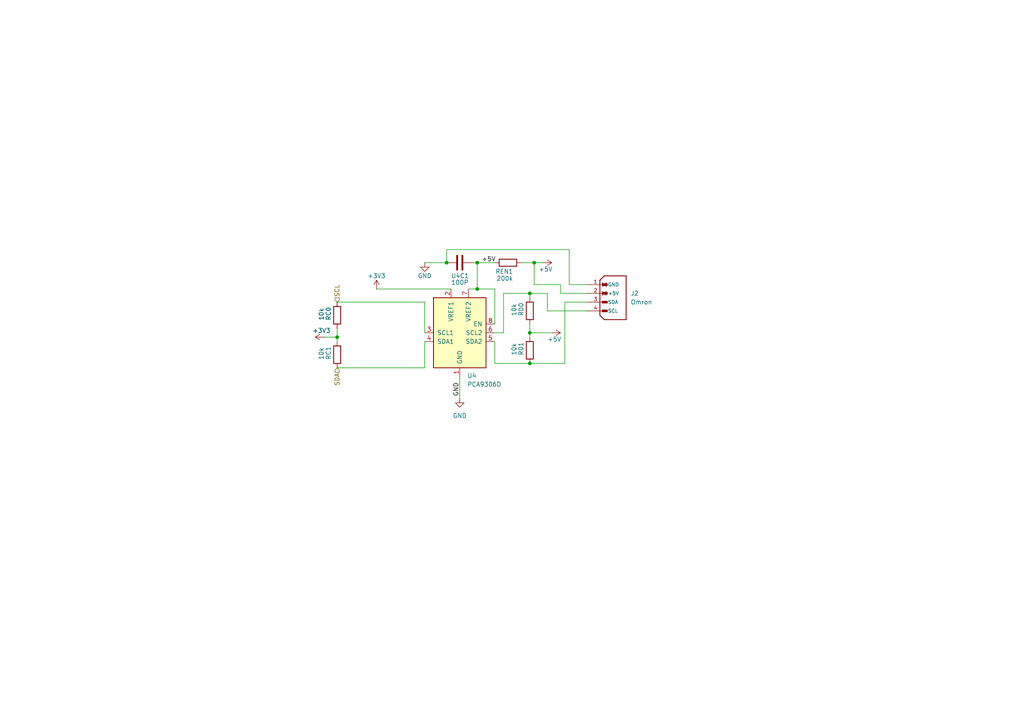
<source format=kicad_sch>
(kicad_sch (version 20250114) (generator "eeschema") (generator_version "9.0")
  (paper "A4")
  (lib_symbols
    (symbol "Device:C" (pin_numbers (hide yes)) (pin_names (offset 0.254))
      (property "Reference" "C" (at 0.635 2.54 0))
      (property "Value" "C" (at 0.635 -2.54 0))
      (symbol "C_0_1"
        (polyline (pts (xy -2.032 0.762) (xy 2.032 0.762)) (stroke (width 0.508)))
        (polyline (pts (xy -2.032 -0.762) (xy 2.032 -0.762)) (stroke (width 0.508)))
      )
      (symbol "C_1_1"
        (pin passive line (at 0 3.81 270) (length 2.794) (name "~") (number "1"))
        (pin passive line (at 0 -3.81 90) (length 2.794) (name "~") (number "2"))
      )
    )
    (symbol "Device:R" (pin_numbers (hide yes)) (pin_names (offset 0))
      (property "Reference" "R" (at 2.032 0 90))
      (property "Value" "R" (at 0 0 90))
      (symbol "R_0_1"
        (rectangle (start -1.016 -2.54) (end 1.016 2.54) (stroke (width 0.254)))
      )
      (symbol "R_1_1"
        (pin passive line (at 0 3.81 270) (length 1.27) (name "~") (number "1"))
        (pin passive line (at 0 -3.81 90) (length 1.27) (name "~") (number "2"))
      )
    )
    (symbol "Interface:PCA9306D" (pin_names (offset 1.016))
      (property "Reference" "U" (at -7.62 11.43 0))
      (property "Value" "PCA9306D" (at 3.81 11.43 0))
      (symbol "PCA9306D_0_1"
        (rectangle (start -7.62 10.16) (end 7.62 -10.16) (stroke (width 0.254)) (fill (type background)))
      )
      (symbol "PCA9306D_1_1"
        (pin bidirectional line (at -10.16 0 0) (length 2.54) (name "SCL1") (number "3"))
        (pin bidirectional line (at -10.16 -2.54 0) (length 2.54) (name "SDA1") (number "4"))
        (pin power_in line (at -2.54 12.7 270) (length 2.54) (name "VREF1") (number "2"))
        (pin power_in line (at 0 -12.7 90) (length 2.54) (name "GND") (number "1"))
        (pin power_in line (at 2.54 12.7 270) (length 2.54) (name "VREF2") (number "7"))
        (pin input line (at 10.16 2.54 180) (length 2.54) (name "EN") (number "8"))
        (pin bidirectional line (at 10.16 0 180) (length 2.54) (name "SCL2") (number "6"))
        (pin bidirectional line (at 10.16 -2.54 180) (length 2.54) (name "SDA2") (number "5"))
      )
    )
    (symbol "connector_b4b_mcu_swd:connector_b4b_mcu_swd_gudi" (pin_names (offset 1.016))
      (property "Reference" "J2" (at 5.08 0.0001 0))
      (property "Value" "Omron" (at 5.08 -2.5399 0))
      (symbol "connector_b4b_mcu_swd_gudi_0_0"
        (polyline (pts (xy -3.81 3.81) (xy -3.81 -6.35)) (stroke (width 0.254)))
        (polyline (pts (xy -3.81 3.81) (xy -2.54 5.08)) (stroke (width 0.254)))
        (polyline (pts (xy -3.81 -6.35) (xy -2.54 -7.62)) (stroke (width 0.254)))
        (rectangle (start -3.175 2.2225) (end -1.5875 2.8575) (stroke (width 0.1)) (fill (type outline)))
        (rectangle (start -3.175 -0.3175) (end -1.5875 0.3175) (stroke (width 0.1)) (fill (type outline)))
        (rectangle (start -3.175 -2.8575) (end -1.5875 -2.2225) (stroke (width 0.1)) (fill (type outline)))
        (rectangle (start -3.175 -5.3975) (end -1.5875 -4.7625) (stroke (width 0.1)) (fill (type outline)))
        (polyline (pts (xy -2.54 -7.62) (xy 3.81 -7.62)) (stroke (width 0.254)))
        (polyline (pts (xy 3.81 5.08) (xy -2.54 5.08)) (stroke (width 0.254)))
        (polyline (pts (xy 3.81 -7.62) (xy 3.81 5.08)) (stroke (width 0.254)))
      )
      (symbol "connector_b4b_mcu_swd_gudi_1_0"
        (pin power_in non_logic (at -7.62 2.54 0) (length 5.08) (name "GND") (number "1"))
        (pin power_in non_logic (at -7.62 0 0) (length 5.08) (name "+5V") (number "2"))
        (pin bidirectional line (at -7.62 -2.54 0) (length 5.08) (name "SDA") (number "3"))
        (pin bidirectional line (at -7.62 -5.08 0) (length 5.08) (name "SCL") (number "4"))
      )
    )
    (symbol "power:+3V3" (power) (pin_numbers (hide yes)) (pin_names (offset 0) (hide yes))
      (property "Value" "+3V3" (at 0 3.556 0))
      (symbol "+3V3_0_1"
        (polyline (pts (xy -0.762 1.27) (xy 0 2.54)))
        (polyline (pts (xy 0 2.54) (xy 0.762 1.27)))
        (polyline (pts (xy 0 0) (xy 0 2.54)))
      )
      (symbol "+3V3_1_1"
        (pin power_in line (at 0 0 90) (length 0) (name "~") (number "1"))
      )
    )
    (symbol "power:+5V" (power) (pin_numbers (hide yes)) (pin_names (offset 0) (hide yes))
      (property "Value" "+5V" (at 0 3.556 0))
      (symbol "+5V_0_1"
        (polyline (pts (xy -0.762 1.27) (xy 0 2.54)))
        (polyline (pts (xy 0 2.54) (xy 0.762 1.27)))
        (polyline (pts (xy 0 0) (xy 0 2.54)))
      )
      (symbol "+5V_1_1"
        (pin power_in line (at 0 0 90) (length 0) (name "~") (number "1"))
      )
    )
    (symbol "power:GND" (power) (pin_numbers (hide yes)) (pin_names (offset 0) (hide yes))
      (property "Value" "GND" (at 0 -3.81 0))
      (symbol "GND_0_1"
        (polyline (pts (xy 0 0) (xy 0 -1.27) (xy 1.27 -1.27) (xy 0 -2.54) (xy -1.27 -1.27) (xy 0 -1.27)))
      )
      (symbol "GND_1_1"
        (pin power_in line (at 0 0 270) (length 0) (name "~") (number "1"))
      )
    )
  )
  (junction (at 153.67 96.52))
  (junction (at 138.43 76.2))
  (junction (at 153.67 105.41))
  (junction (at 153.67 85.09))
  (junction (at 129.54 76.2))
  (junction (at 97.79 97.79))
  (junction (at 154.94 76.2))
  (junction (at 138.43 83.82))
  (wire (pts (xy 153.67 105.41) (xy 163.83 105.41)))
  (wire (pts (xy 143.51 105.41) (xy 153.67 105.41)))
  (wire (pts (xy 151.13 76.2) (xy 154.94 76.2)))
  (wire (pts (xy 109.22 83.82) (xy 130.81 83.82)))
  (wire (pts (xy 97.79 97.79) (xy 97.79 99.06)))
  (wire (pts (xy 93.98 97.79) (xy 97.79 97.79)))
  (wire (pts (xy 143.51 99.06) (xy 143.51 105.41)))
  (wire (pts (xy 158.75 85.09) (xy 158.75 90.17)))
  (wire (pts (xy 162.56 82.55) (xy 162.56 85.09)))
  (wire (pts (xy 154.94 76.2) (xy 157.48 76.2)))
  (wire (pts (xy 123.19 87.63) (xy 97.79 87.63)))
  (wire (pts (xy 138.43 83.82) (xy 135.89 83.82)))
  (wire (pts (xy 162.56 85.09) (xy 170.18 85.09)))
  (wire (pts (xy 153.67 96.52) (xy 160.02 96.52)))
  (wire (pts (xy 163.83 87.63) (xy 170.18 87.63)))
  (wire (pts (xy 138.43 76.2) (xy 143.51 76.2)))
  (wire (pts (xy 153.67 85.09) (xy 158.75 85.09)))
  (wire (pts (xy 153.67 96.52) (xy 153.67 97.79)))
  (wire (pts (xy 129.54 72.39) (xy 165.1 72.39)))
  (wire (pts (xy 138.43 76.2) (xy 138.43 83.82)))
  (wire (pts (xy 133.35 109.22) (xy 133.35 115.57)))
  (wire (pts (xy 146.05 85.09) (xy 153.67 85.09)))
  (wire (pts (xy 146.05 85.09) (xy 146.05 96.52)))
  (wire (pts (xy 153.67 93.98) (xy 153.67 96.52)))
  (wire (pts (xy 123.19 106.68) (xy 97.79 106.68)))
  (wire (pts (xy 137.16 76.2) (xy 138.43 76.2)))
  (wire (pts (xy 97.79 95.25) (xy 97.79 97.79)))
  (wire (pts (xy 143.51 93.98) (xy 143.51 83.82)))
  (wire (pts (xy 165.1 72.39) (xy 165.1 82.55)))
  (wire (pts (xy 123.19 87.63) (xy 123.19 96.52)))
  (wire (pts (xy 163.83 87.63) (xy 163.83 105.41)))
  (wire (pts (xy 123.19 99.06) (xy 123.19 106.68)))
  (wire (pts (xy 154.94 82.55) (xy 154.94 76.2)))
  (wire (pts (xy 153.67 85.09) (xy 153.67 86.36)))
  (wire (pts (xy 143.51 96.52) (xy 146.05 96.52)))
  (wire (pts (xy 165.1 82.55) (xy 170.18 82.55)))
  (wire (pts (xy 129.54 76.2) (xy 129.54 72.39)))
  (wire (pts (xy 143.51 83.82) (xy 138.43 83.82)))
  (wire (pts (xy 154.94 82.55) (xy 162.56 82.55)))
  (wire (pts (xy 158.75 90.17) (xy 170.18 90.17)))
  (wire (pts (xy 123.19 76.2) (xy 129.54 76.2)))
  (label "GND" (at 133.35 114.935 90))
  (label "+5V" (at 139.7 76.2 0))
  (hierarchical_label "SCL" (shape input) (at 97.79 87.63 90))
  (hierarchical_label "SDA" (shape input) (at 97.79 106.68 270))
  (symbol (lib_id "Interface:PCA9306D") (at 133.35 96.52 0) (unit 1)
    (property "Reference" "U4" (at 135.4933 108.9357 0) (effects (justify left)))
    (property "Value" "PCA9306D" (at 135.4933 111.4757 0) (effects (justify left)))
    (property "Footprint" "Package_SO:SO-8_3.9x4.9mm_P1.27mm" (effects (hide yes)))
    (property "Datasheet" "https://www.nxp.com/docs/en/data-sheet/PCA9306.pdf" (effects (hide yes)))
    (property "Description" "Dual bidirectional I2C Bus and SMBus voltage level translator, SO-8" (effects (hide yes)))
  )
  (symbol (lib_id "connector_b4b_mcu_swd:connector_b4b_mcu_swd_gudi") (at 177.8 85.09 0) (unit 1)
    (property "Reference" "J2" (at 182.88 85.0899 0) (effects (justify left)))
    (property "Value" "Omron" (at 182.88 87.6299 0) (effects (justify left)))
    (property "Footprint" "Connector_JST:JST_XH_B4B-XH-A_1x04_P2.50mm_Vertical" (effects (hide yes)))
    (property "Datasheet" "B4B-XH-AMLFSN" (effects (hide yes)))
    (property "PARTREV" "7/4/21" (effects (hide yes)))
    (property "STANDARD" "Manufacturer Recommendations" (effects (hide yes)))
    (property "MAXIMUM_PACKAGE_HEIGHT" "7.00 mm" (effects (hide yes)))
    (property "MANUFACTURER" "JST" (effects (hide yes)))
  )
  (symbol (lib_id "power:GND") (at 133.35 115.57 0) (unit 1)
    (property "Reference" "#PWR023" (effects (hide yes)))
    (property "Value" "GND" (at 133.35 120.5763 0))
    (property "Description" "Power symbol creates a global label with name \"GND\" , ground" (effects (hide yes)))
  )
  (symbol (lib_id "Device:R") (at 153.67 101.6 0) (unit 1)
    (property "Reference" "RD1" (at 151.13 103.124 90) (effects (justify left)))
    (property "Value" "10k" (at 149.098 103.124 90) (effects (justify left)))
    (property "Footprint" "Resistor_SMD:R_0603_1608Metric" (effects (hide yes)))
  )
  (symbol (lib_id "Device:R") (at 97.79 102.87 0) (unit 1)
    (property "Reference" "RC1" (at 95.25 104.394 90) (effects (justify left)))
    (property "Value" "10k" (at 93.218 104.394 90) (effects (justify left)))
    (property "Footprint" "Resistor_SMD:R_0603_1608Metric" (effects (hide yes)))
  )
  (symbol (lib_id "power:+5V") (at 157.48 76.2 270) (unit 1)
    (property "Reference" "#PWR027" (effects (hide yes)))
    (property "Value" "+5V" (at 156.21 78.105 90) (effects (justify left)))
    (property "Description" "Power symbol creates a global label with name \"+5V\"" (effects (hide yes)))
  )
  (symbol (lib_id "power:+3V3") (at 109.22 83.82 0) (unit 1)
    (property "Reference" "#PWR028" (effects (hide yes)))
    (property "Value" "+3V3" (at 109.22 80.01 0))
    (property "Description" "Power symbol creates a global label with name \"+3V3\"" (effects (hide yes)))
  )
  (symbol (lib_id "Device:R") (at 97.79 91.44 0) (unit 1)
    (property "Reference" "RC0" (at 95.25 92.964 90) (effects (justify left)))
    (property "Value" "10k" (at 93.218 92.964 90) (effects (justify left)))
    (property "Footprint" "Resistor_SMD:R_0603_1608Metric" (effects (hide yes)))
  )
  (symbol (lib_id "power:+3V3") (at 93.98 97.79 90) (unit 1)
    (property "Reference" "#PWR024" (effects (hide yes)))
    (property "Value" "+3V3" (at 95.885 95.885 90) (effects (justify left)))
    (property "Description" "Power symbol creates a global label with name \"+3V3\"" (effects (hide yes)))
  )
  (symbol (lib_id "Device:R") (at 147.32 76.2 90) (unit 1)
    (property "Reference" "REN1" (at 148.844 78.74 90) (effects (justify left)))
    (property "Value" "200k" (at 148.844 80.772 90) (effects (justify left)))
    (property "Footprint" "Resistor_SMD:R_0603_1608Metric" (effects (hide yes)))
  )
  (symbol (lib_id "power:GND") (at 123.19 76.2 0) (unit 1)
    (property "Reference" "#PWR025" (effects (hide yes)))
    (property "Value" "GND" (at 123.19 80.01 0))
    (property "Description" "Power symbol creates a global label with name \"GND\" , ground" (effects (hide yes)))
  )
  (symbol (lib_id "power:+5V") (at 160.02 96.52 270) (unit 1)
    (property "Reference" "#PWR026" (effects (hide yes)))
    (property "Value" "+5V" (at 158.75 98.425 90) (effects (justify left)))
    (property "Description" "Power symbol creates a global label with name \"+5V\"" (effects (hide yes)))
  )
  (symbol (lib_id "Device:C") (at 133.35 76.2 270) (unit 1)
    (property "Reference" "U4C1" (at 130.81 80.01 90) (effects (justify left)))
    (property "Value" "100P" (at 130.81 81.915 90) (effects (justify left)))
    (property "Footprint" "Capacitor_SMD:C_0201_0603Metric" (effects (hide yes)))
  )
  (symbol (lib_id "Device:R") (at 153.67 90.17 0) (unit 1)
    (property "Reference" "RD0" (at 151.13 91.694 90) (effects (justify left)))
    (property "Value" "10k" (at 149.098 91.694 90) (effects (justify left)))
    (property "Footprint" "Resistor_SMD:R_0603_1608Metric" (effects (hide yes)))
  )
)
</source>
